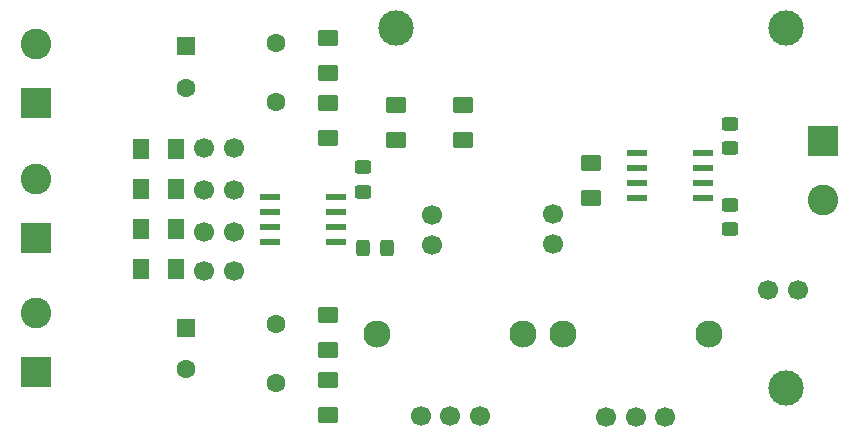
<source format=gbr>
%TF.GenerationSoftware,KiCad,Pcbnew,7.0.7-7.0.7~ubuntu22.04.1*%
%TF.CreationDate,2024-07-22T06:27:46-04:00*%
%TF.ProjectId,adjustable_instamp,61646a75-7374-4616-926c-655f696e7374,rev?*%
%TF.SameCoordinates,Original*%
%TF.FileFunction,Soldermask,Top*%
%TF.FilePolarity,Negative*%
%FSLAX46Y46*%
G04 Gerber Fmt 4.6, Leading zero omitted, Abs format (unit mm)*
G04 Created by KiCad (PCBNEW 7.0.7-7.0.7~ubuntu22.04.1) date 2024-07-22 06:27:46*
%MOMM*%
%LPD*%
G01*
G04 APERTURE LIST*
G04 Aperture macros list*
%AMRoundRect*
0 Rectangle with rounded corners*
0 $1 Rounding radius*
0 $2 $3 $4 $5 $6 $7 $8 $9 X,Y pos of 4 corners*
0 Add a 4 corners polygon primitive as box body*
4,1,4,$2,$3,$4,$5,$6,$7,$8,$9,$2,$3,0*
0 Add four circle primitives for the rounded corners*
1,1,$1+$1,$2,$3*
1,1,$1+$1,$4,$5*
1,1,$1+$1,$6,$7*
1,1,$1+$1,$8,$9*
0 Add four rect primitives between the rounded corners*
20,1,$1+$1,$2,$3,$4,$5,0*
20,1,$1+$1,$4,$5,$6,$7,0*
20,1,$1+$1,$6,$7,$8,$9,0*
20,1,$1+$1,$8,$9,$2,$3,0*%
G04 Aperture macros list end*
%ADD10C,1.700000*%
%ADD11RoundRect,0.250001X-0.462499X-0.624999X0.462499X-0.624999X0.462499X0.624999X-0.462499X0.624999X0*%
%ADD12R,2.600000X2.600000*%
%ADD13C,2.600000*%
%ADD14RoundRect,0.250001X-0.624999X0.462499X-0.624999X-0.462499X0.624999X-0.462499X0.624999X0.462499X0*%
%ADD15RoundRect,0.250001X0.624999X-0.462499X0.624999X0.462499X-0.624999X0.462499X-0.624999X-0.462499X0*%
%ADD16C,3.000000*%
%ADD17C,1.600000*%
%ADD18C,2.300000*%
%ADD19RoundRect,0.250000X-0.450000X0.325000X-0.450000X-0.325000X0.450000X-0.325000X0.450000X0.325000X0*%
%ADD20R,1.750000X0.600000*%
%ADD21RoundRect,0.250000X-0.325000X-0.450000X0.325000X-0.450000X0.325000X0.450000X-0.325000X0.450000X0*%
%ADD22R,1.600000X1.600000*%
G04 APERTURE END LIST*
D10*
%TO.C,J9*%
X133604000Y-84836000D03*
X136144000Y-84836000D03*
%TD*%
D11*
%TO.C,R9*%
X128304500Y-81399000D03*
X131279500Y-81399000D03*
%TD*%
%TO.C,R11*%
X128304500Y-88179000D03*
X131279500Y-88179000D03*
%TD*%
D10*
%TO.C,J11*%
X133604000Y-91694000D03*
X136144000Y-91694000D03*
%TD*%
%TO.C,J10*%
X133604000Y-88392000D03*
X136144000Y-88392000D03*
%TD*%
D11*
%TO.C,R10*%
X128304500Y-84789000D03*
X131279500Y-84789000D03*
%TD*%
D10*
%TO.C,J8*%
X133604000Y-81280000D03*
X136144000Y-81280000D03*
%TD*%
D11*
%TO.C,R12*%
X128304500Y-91569000D03*
X131279500Y-91569000D03*
%TD*%
D12*
%TO.C,J4*%
X186055000Y-80725000D03*
D13*
X186055000Y-85725000D03*
%TD*%
D14*
%TO.C,R1*%
X144145000Y-77470000D03*
X144145000Y-80445000D03*
%TD*%
D15*
%TO.C,D1*%
X144145000Y-74930000D03*
X144145000Y-71955000D03*
%TD*%
D12*
%TO.C,J1*%
X119380000Y-77470000D03*
D13*
X119380000Y-72470000D03*
%TD*%
D16*
%TO.C,REF\u002A\u002A*%
X182880000Y-101600000D03*
%TD*%
%TO.C,REF\u002A\u002A*%
X182880000Y-71120000D03*
%TD*%
D14*
%TO.C,R6*%
X149860000Y-77670000D03*
X149860000Y-80645000D03*
%TD*%
D12*
%TO.C,J3*%
X119380000Y-100290000D03*
D13*
X119380000Y-95290000D03*
%TD*%
D17*
%TO.C,C4*%
X139700000Y-96210000D03*
X139700000Y-101210000D03*
%TD*%
D14*
%TO.C,R2*%
X144145000Y-100965000D03*
X144145000Y-103940000D03*
%TD*%
D18*
%TO.C,R5*%
X148255000Y-97013000D03*
X160655000Y-97013000D03*
D10*
X151955000Y-104013000D03*
X154455000Y-104013000D03*
X156955000Y-104013000D03*
%TD*%
D14*
%TO.C,R4*%
X166370000Y-82550000D03*
X166370000Y-85525000D03*
%TD*%
D19*
%TO.C,C7*%
X178181000Y-86106000D03*
X178181000Y-88156000D03*
%TD*%
D15*
%TO.C,D2*%
X144145000Y-98425000D03*
X144145000Y-95450000D03*
%TD*%
D18*
%TO.C,R8*%
X163980000Y-97033000D03*
X176380000Y-97033000D03*
D10*
X167680000Y-104033000D03*
X170180000Y-104033000D03*
X172680000Y-104033000D03*
%TD*%
D17*
%TO.C,C3*%
X139700000Y-72430000D03*
X139700000Y-77430000D03*
%TD*%
D20*
%TO.C,U1*%
X139192000Y-85471000D03*
X139192000Y-86741000D03*
X139192000Y-88011000D03*
X139192000Y-89281000D03*
X144792000Y-89281000D03*
X144792000Y-88011000D03*
X144792000Y-86741000D03*
X144792000Y-85471000D03*
%TD*%
D12*
%TO.C,J2*%
X119380000Y-88900000D03*
D13*
X119380000Y-83900000D03*
%TD*%
D21*
%TO.C,C6*%
X147072000Y-89771000D03*
X149122000Y-89771000D03*
%TD*%
D22*
%TO.C,C2*%
X132080000Y-96520000D03*
D17*
X132080000Y-100020000D03*
%TD*%
D16*
%TO.C,REF\u002A\u002A*%
X149860000Y-71120000D03*
%TD*%
D10*
%TO.C,J6*%
X152908000Y-86995000D03*
X152908000Y-89535000D03*
%TD*%
D14*
%TO.C,R7*%
X155575000Y-77670000D03*
X155575000Y-80645000D03*
%TD*%
D10*
%TO.C,J7*%
X163195000Y-86853000D03*
X163195000Y-89393000D03*
%TD*%
D19*
%TO.C,C5*%
X147072000Y-82931000D03*
X147072000Y-84981000D03*
%TD*%
%TO.C,C8*%
X178181000Y-79230000D03*
X178181000Y-81280000D03*
%TD*%
D22*
%TO.C,C1*%
X132080000Y-72700000D03*
D17*
X132080000Y-76200000D03*
%TD*%
D20*
%TO.C,U2*%
X170295000Y-81715000D03*
X170295000Y-82985000D03*
X170295000Y-84255000D03*
X170295000Y-85525000D03*
X175895000Y-85525000D03*
X175895000Y-84255000D03*
X175895000Y-82985000D03*
X175895000Y-81715000D03*
%TD*%
D10*
%TO.C,J5*%
X183896000Y-93345000D03*
X181356000Y-93345000D03*
%TD*%
M02*

</source>
